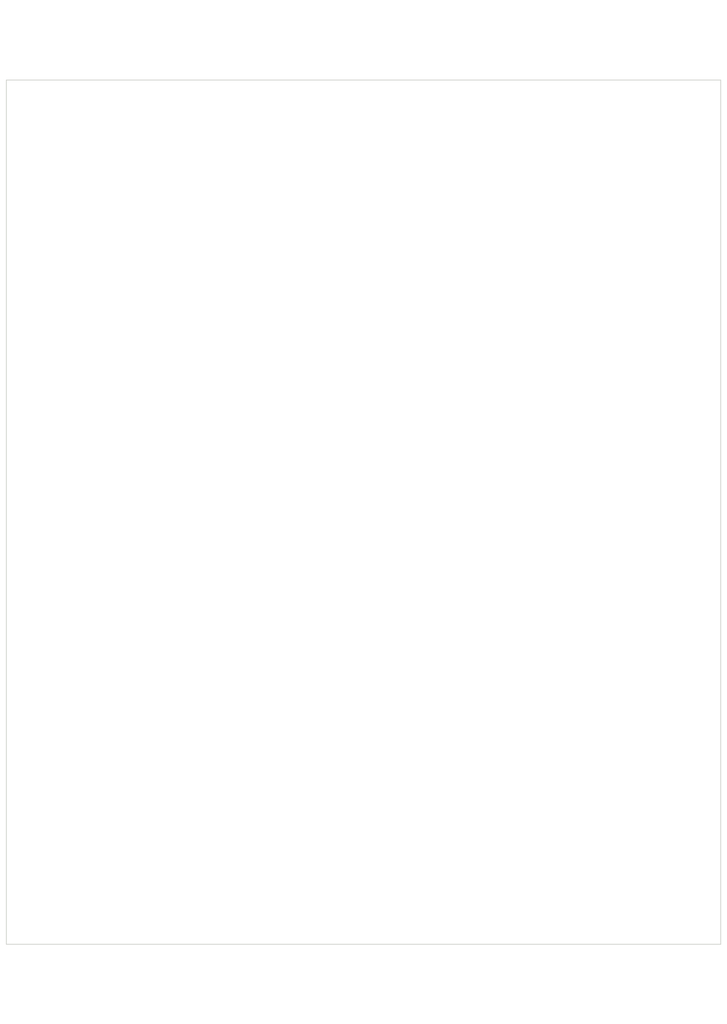
<source format=kicad_pcb>
(kicad_pcb (version 20211014) (generator pcbnew)

  (general
    (thickness 1.6)
  )

  (paper "A4")
  (layers
    (0 "F.Cu" signal)
    (31 "B.Cu" signal)
    (32 "B.Adhes" user "B.Adhesive")
    (33 "F.Adhes" user "F.Adhesive")
    (34 "B.Paste" user)
    (35 "F.Paste" user)
    (36 "B.SilkS" user "B.Silkscreen")
    (37 "F.SilkS" user "F.Silkscreen")
    (38 "B.Mask" user)
    (39 "F.Mask" user)
    (40 "Dwgs.User" user "User.Drawings")
    (41 "Cmts.User" user "User.Comments")
    (42 "Eco1.User" user "User.Eco1")
    (43 "Eco2.User" user "User.Eco2")
    (44 "Edge.Cuts" user)
    (45 "Margin" user)
    (46 "B.CrtYd" user "B.Courtyard")
    (47 "F.CrtYd" user "F.Courtyard")
    (48 "B.Fab" user)
    (49 "F.Fab" user)
    (50 "User.1" user)
    (51 "User.2" user)
    (52 "User.3" user)
    (53 "User.4" user)
    (54 "User.5" user)
    (55 "User.6" user)
    (56 "User.7" user)
    (57 "User.8" user)
    (58 "User.9" user)
  )

  (setup
    (pad_to_mask_clearance 0)
    (pcbplotparams
      (layerselection 0x00010fc_ffffffff)
      (disableapertmacros false)
      (usegerberextensions false)
      (usegerberattributes true)
      (usegerberadvancedattributes true)
      (creategerberjobfile true)
      (svguseinch false)
      (svgprecision 6)
      (excludeedgelayer true)
      (plotframeref false)
      (viasonmask false)
      (mode 1)
      (useauxorigin false)
      (hpglpennumber 1)
      (hpglpenspeed 20)
      (hpglpendiameter 15.000000)
      (dxfpolygonmode true)
      (dxfimperialunits true)
      (dxfusepcbnewfont true)
      (psnegative false)
      (psa4output false)
      (plotreference true)
      (plotvalue true)
      (plotinvisibletext false)
      (sketchpadsonfab false)
      (subtractmaskfromsilk false)
      (outputformat 1)
      (mirror false)
      (drillshape 1)
      (scaleselection 1)
      (outputdirectory "")
    )
  )

  (net 0 "")

  (gr_line (start 0.75 10) (end 0.75 118.5) (layer "Edge.Cuts") (width 0.1) (tstamp 1a09a7cb-78f5-4989-9bdf-8b4c4a8beb1d))
  (gr_line (start 90.55 118.5) (end 90.55 10) (layer "Edge.Cuts") (width 0.1) (tstamp 2aef071e-f380-49c0-b1ba-860b2a4bd684))
  (gr_line (start 0.75 118.5) (end 90.55 118.5) (layer "Edge.Cuts") (width 0.1) (tstamp 347e4106-0ad8-4579-9925-c65107fafee2))
  (gr_line (start 0.75 10) (end 90.55 10) (layer "Edge.Cuts") (width 0.1) (tstamp c8cb28f7-4e0d-49a3-8b9b-fcff4adac1d4))
  (gr_line (start 91.3 0) (end 91.3 128.5) (layer "User.1") (width 0.1) (tstamp 14be568d-2e52-4aed-b81b-dddc75cbdd07))
  (gr_line (start 0 128.5) (end 0 0) (layer "User.1") (width 0.1) (tstamp 159574a9-ecec-48bb-adb0-3dc9e65d4e79))
  (gr_line (start 0 0) (end 91.3 0) (layer "User.1") (width 0.1) (tstamp 7a879184-fad8-4feb-afb5-86fe8d34f1f7))
  (gr_line (start 91.3 128.5) (end 0 128.5) (layer "User.1") (width 0.1) (tstamp bc3f6e1f-c81e-4889-865a-0e223a5a22e2))

)

</source>
